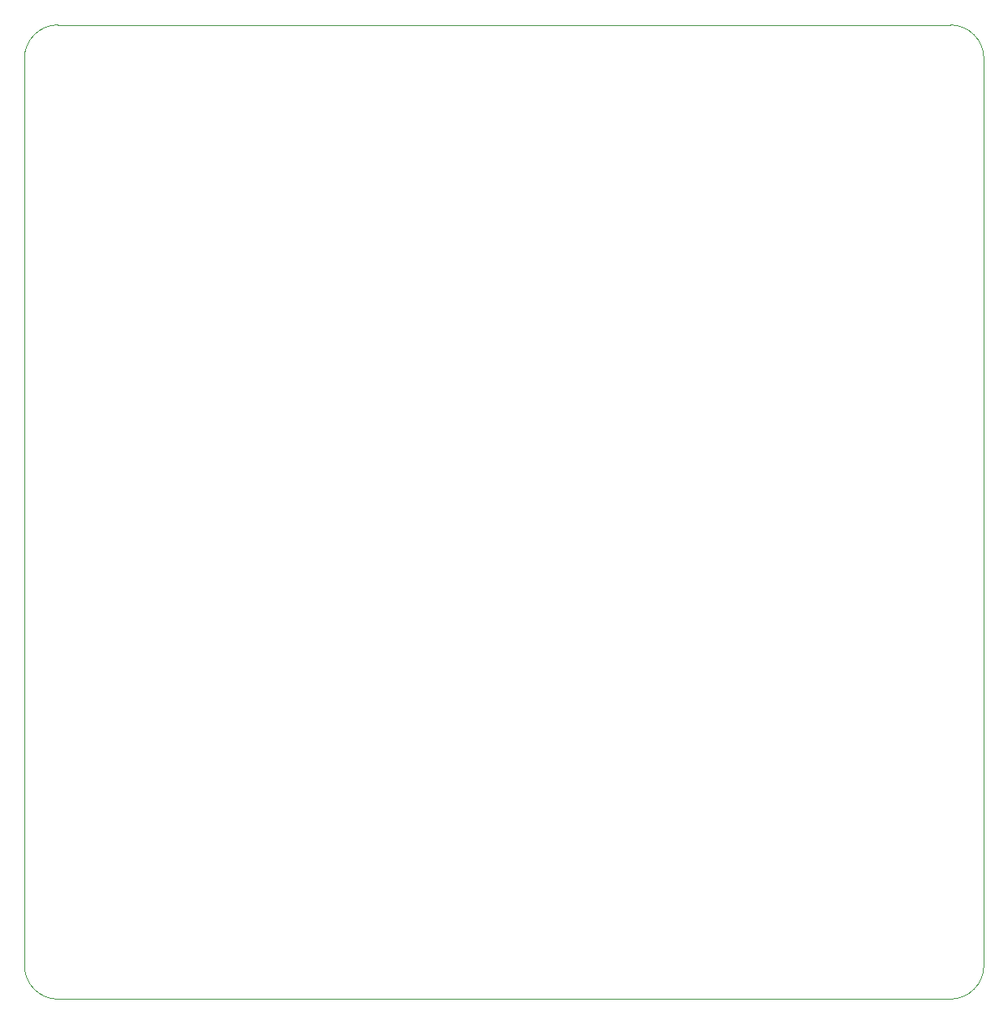
<source format=gko>
G04 #@! TF.GenerationSoftware,KiCad,Pcbnew,8.0.9-8.0.9-0~ubuntu24.04.1*
G04 #@! TF.CreationDate,2026-02-26T22:36:56+00:00*
G04 #@! TF.ProjectId,uaefi,75616566-692e-46b6-9963-61645f706362,E*
G04 #@! TF.SameCoordinates,Original*
G04 #@! TF.FileFunction,Profile,NP*
%FSLAX46Y46*%
G04 Gerber Fmt 4.6, Leading zero omitted, Abs format (unit mm)*
G04 Created by KiCad (PCBNEW 8.0.9-8.0.9-0~ubuntu24.04.1) date 2026-02-26 22:36:56*
%MOMM*%
%LPD*%
G01*
G04 APERTURE LIST*
G04 #@! TA.AperFunction,Profile*
%ADD10C,0.100000*%
G04 #@! TD*
G04 APERTURE END LIST*
D10*
X2500000Y99000000D02*
G75*
G02*
X6000000Y102500000I3500000J0D01*
G01*
X102500000Y4500000D02*
G75*
G02*
X99000000Y1000000I-3500000J0D01*
G01*
X102500000Y4500000D02*
X102500000Y99000000D01*
X2500000Y99000000D02*
X2500000Y4500000D01*
X99000000Y102500000D02*
X6000000Y102500000D01*
X6000000Y1000000D02*
G75*
G02*
X2500000Y4500000I0J3500000D01*
G01*
X99000000Y102500000D02*
G75*
G02*
X102500000Y99000000I0J-3500000D01*
G01*
X6000000Y1000000D02*
X99000000Y1000000D01*
M02*

</source>
